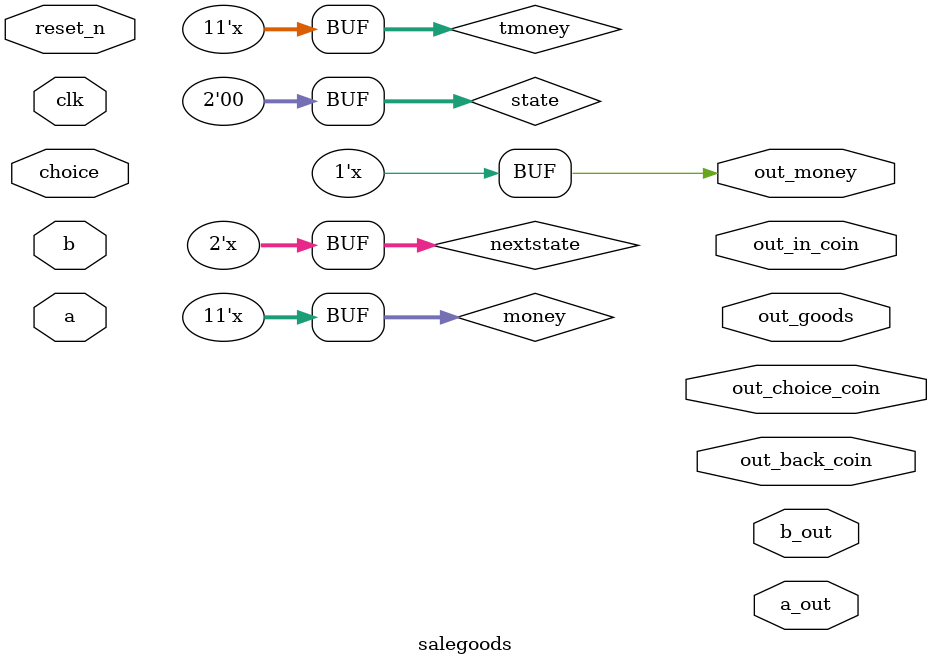
<source format=v>
`timescale 1ns / 1ps


module salegoods(
    
    clk,//Ê±ÖÓ
    reset_n,//¸´Î»ÐÅºÅ
	a,//5µÄ¸öÊý
	b,//10µÄ¸öÊý
	choice,//Ñ¡»õÐÅºÅ£¬Îª1Ê±40
	
	a_out,//ÍË»ØµÄ5
	b_out,//ÍË»ØµÄ10
	out_goods,//³ö»õ¡£¸ßÎ»³ö»õ
	
	out_in_coin,
	out_choice_coin,
	out_back_coin,
	out_money
	
	
	
    );
    input  clk;
    input  a,b;
    input  choice;
    input  reset_n;
    
    
    output reg a_out,b_out;
    output reg out_in_coin,out_choice_coin,out_back_coin;
    output reg out_goods;
    output reg out_money;//Êä³öÒ»ÏÂÇ®Êý
    /*
    reg [4:0] a;
    reg [4:0] b;
    reg [1:0] choice;
    reg reset_n;
    
    reg[4:0] a_out,b_out;
    reg[1:0] out_goods;
    */
    reg[10:0] money=0;
    reg[10:0] tmoney=0;
    reg[1:0] state,nextstate;
    
   /* reg[1:0] out_in_coin=0;
    reg[1:0] out_choice_coin=0;
    reg[1:0] out_back_coin=0;*/
    
    parameter
    	IN_COIN = 2'b00,
    	CHOICE_COIN = 2'b01,
    	BACK_COIN = 2'b10;
    
    always @(posedge clk or negedge reset_n )
    	if(!reset_n)
    		state<=IN_COIN;
    	else
    		state<=nextstate;
    		
    always@(state)
    	begin    		
    		case(state)
    	
			    IN_COIN:
			    	begin
			    		
			    		a_out<=0;
			    		b_out<=0;
			    		
			    		out_goods<=1'b0;
			    		
			    		out_in_coin<=1'b1;       //Êä³ö×´Ì¬×éºÏ
			    		out_choice_coin<=1'b0;			    		
			    		out_back_coin<=1'b0;
			    		
			    		money=(a*5)+(b*10);	
			    		out_money=money;		  //°ÑÇ®ÊýÊä³ö
			    		nextstate=CHOICE_COIN;
			    	end
			    	
			    	
			    CHOICE_COIN:    if(choice == 1)
			                   
					    			begin
					    				tmoney = money-40;			    		
					    				out_in_coin<=1'b0;
					    		        out_choice_coin<=1'b1;
					    		        out_back_coin<=1'b0;
					    				nextstate = BACK_COIN;
					    			end
			    				 else
					    			begin
					    				tmoney = money-45;
					    						    				
					    				out_in_coin<=1'b0;
					    				out_choice_coin<=1'b1;
					    				out_back_coin<=1'b0;
					    				nextstate = BACK_COIN;	
					    			end
					    		
			    		
			    	
			    BACK_COIN:  
			    			if(tmoney>=0)
				    			begin
				    				out_goods <= 1'b1;				    								    				
				    				a_out <= money/10;
				    				b_out <= money%10;
				    				
				    				out_in_coin <=1'b0;
			    					out_choice_coin <=1'b0;
			    					out_back_coin <=1'b1;
				    				
				    				nextstate = IN_COIN;
				    			end
				    			
			    			else
			    			
				    			begin
				    				out_goods <= 1'b1;
				    				
				    				a_out <= a;
				    				b_out <= b;
				    				
				    				out_in_coin <=1'b0;
			    					out_choice_coin <=1'b0;
			    					out_back_coin <=1'b1;
				    				
				    				nextstate = IN_COIN;
				    			end
				    			
				    	default: state=2'b00;
			endcase
		end    			    
endmodule 


</source>
